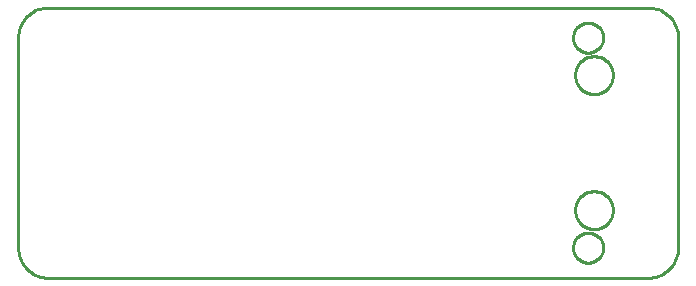
<source format=gbr>
G04 EAGLE Gerber RS-274X export*
G75*
%MOMM*%
%FSLAX34Y34*%
%LPD*%
%IN*%
%IPPOS*%
%AMOC8*
5,1,8,0,0,1.08239X$1,22.5*%
G01*
%ADD10C,0.254000*%


D10*
X0Y25400D02*
X97Y23186D01*
X386Y20989D01*
X865Y18826D01*
X1532Y16713D01*
X2380Y14666D01*
X3403Y12700D01*
X4594Y10831D01*
X5942Y9073D01*
X7440Y7440D01*
X9073Y5942D01*
X10831Y4594D01*
X12700Y3403D01*
X14666Y2380D01*
X16713Y1532D01*
X18826Y865D01*
X20989Y386D01*
X23186Y97D01*
X25400Y0D01*
X533400Y0D01*
X535614Y97D01*
X537811Y386D01*
X539974Y865D01*
X542087Y1532D01*
X544135Y2380D01*
X546100Y3403D01*
X547969Y4594D01*
X549727Y5942D01*
X551361Y7440D01*
X552858Y9073D01*
X554206Y10831D01*
X555397Y12700D01*
X556420Y14666D01*
X557268Y16713D01*
X557935Y18826D01*
X558414Y20989D01*
X558703Y23186D01*
X558800Y25400D01*
X558800Y203200D01*
X558703Y205414D01*
X558414Y207611D01*
X557935Y209774D01*
X557268Y211887D01*
X556420Y213935D01*
X555397Y215900D01*
X554206Y217769D01*
X552858Y219527D01*
X551361Y221161D01*
X549727Y222658D01*
X547969Y224006D01*
X546100Y225197D01*
X544135Y226220D01*
X542087Y227068D01*
X539974Y227735D01*
X537811Y228214D01*
X535614Y228503D01*
X533400Y228600D01*
X25400Y228600D01*
X23186Y228503D01*
X20989Y228214D01*
X18826Y227735D01*
X16713Y227068D01*
X14666Y226220D01*
X12700Y225197D01*
X10831Y224006D01*
X9073Y222658D01*
X7440Y221161D01*
X5942Y219527D01*
X4594Y217769D01*
X3403Y215900D01*
X2380Y213935D01*
X1532Y211887D01*
X865Y209774D01*
X386Y207611D01*
X97Y205414D01*
X0Y203200D01*
X0Y25400D01*
X487156Y155450D02*
X486111Y155519D01*
X485072Y155655D01*
X484045Y155860D01*
X483033Y156131D01*
X482041Y156467D01*
X481073Y156868D01*
X480134Y157332D01*
X479226Y157856D01*
X478355Y158438D01*
X477524Y159075D01*
X476737Y159766D01*
X475996Y160507D01*
X475305Y161294D01*
X474668Y162125D01*
X474086Y162996D01*
X473562Y163904D01*
X473098Y164843D01*
X472697Y165811D01*
X472361Y166803D01*
X472090Y167815D01*
X471885Y168842D01*
X471749Y169881D01*
X471680Y170926D01*
X471680Y171974D01*
X471749Y173019D01*
X471885Y174058D01*
X472090Y175085D01*
X472361Y176097D01*
X472697Y177089D01*
X473098Y178057D01*
X473562Y178996D01*
X474086Y179904D01*
X474668Y180775D01*
X475305Y181606D01*
X475996Y182393D01*
X476737Y183134D01*
X477524Y183825D01*
X478355Y184463D01*
X479226Y185045D01*
X480134Y185568D01*
X481073Y186032D01*
X482041Y186433D01*
X483033Y186769D01*
X484045Y187040D01*
X485072Y187245D01*
X486111Y187382D01*
X487156Y187450D01*
X488204Y187450D01*
X489249Y187382D01*
X490288Y187245D01*
X491315Y187040D01*
X492327Y186769D01*
X493319Y186433D01*
X494287Y186032D01*
X495226Y185568D01*
X496134Y185045D01*
X497005Y184463D01*
X497836Y183825D01*
X498623Y183134D01*
X499364Y182393D01*
X500055Y181606D01*
X500693Y180775D01*
X501275Y179904D01*
X501798Y178996D01*
X502262Y178057D01*
X502663Y177089D01*
X502999Y176097D01*
X503270Y175085D01*
X503475Y174058D01*
X503612Y173019D01*
X503680Y171974D01*
X503680Y170926D01*
X503612Y169881D01*
X503475Y168842D01*
X503270Y167815D01*
X502999Y166803D01*
X502663Y165811D01*
X502262Y164843D01*
X501798Y163904D01*
X501275Y162996D01*
X500693Y162125D01*
X500055Y161294D01*
X499364Y160507D01*
X498623Y159766D01*
X497836Y159075D01*
X497005Y158438D01*
X496134Y157856D01*
X495226Y157332D01*
X494287Y156868D01*
X493319Y156467D01*
X492327Y156131D01*
X491315Y155860D01*
X490288Y155655D01*
X489249Y155519D01*
X488204Y155450D01*
X487156Y155450D01*
X487156Y41150D02*
X486111Y41219D01*
X485072Y41355D01*
X484045Y41560D01*
X483033Y41831D01*
X482041Y42167D01*
X481073Y42568D01*
X480134Y43032D01*
X479226Y43556D01*
X478355Y44138D01*
X477524Y44775D01*
X476737Y45466D01*
X475996Y46207D01*
X475305Y46994D01*
X474668Y47825D01*
X474086Y48696D01*
X473562Y49604D01*
X473098Y50543D01*
X472697Y51511D01*
X472361Y52503D01*
X472090Y53515D01*
X471885Y54542D01*
X471749Y55581D01*
X471680Y56626D01*
X471680Y57674D01*
X471749Y58719D01*
X471885Y59758D01*
X472090Y60785D01*
X472361Y61797D01*
X472697Y62789D01*
X473098Y63757D01*
X473562Y64696D01*
X474086Y65604D01*
X474668Y66475D01*
X475305Y67306D01*
X475996Y68093D01*
X476737Y68834D01*
X477524Y69525D01*
X478355Y70163D01*
X479226Y70745D01*
X480134Y71268D01*
X481073Y71732D01*
X482041Y72133D01*
X483033Y72469D01*
X484045Y72740D01*
X485072Y72945D01*
X486111Y73082D01*
X487156Y73150D01*
X488204Y73150D01*
X489249Y73082D01*
X490288Y72945D01*
X491315Y72740D01*
X492327Y72469D01*
X493319Y72133D01*
X494287Y71732D01*
X495226Y71268D01*
X496134Y70745D01*
X497005Y70163D01*
X497836Y69525D01*
X498623Y68834D01*
X499364Y68093D01*
X500055Y67306D01*
X500693Y66475D01*
X501275Y65604D01*
X501798Y64696D01*
X502262Y63757D01*
X502663Y62789D01*
X502999Y61797D01*
X503270Y60785D01*
X503475Y59758D01*
X503612Y58719D01*
X503680Y57674D01*
X503680Y56626D01*
X503612Y55581D01*
X503475Y54542D01*
X503270Y53515D01*
X502999Y52503D01*
X502663Y51511D01*
X502262Y50543D01*
X501798Y49604D01*
X501275Y48696D01*
X500693Y47825D01*
X500055Y46994D01*
X499364Y46207D01*
X498623Y45466D01*
X497836Y44775D01*
X497005Y44138D01*
X496134Y43556D01*
X495226Y43032D01*
X494287Y42568D01*
X493319Y42167D01*
X492327Y41831D01*
X491315Y41560D01*
X490288Y41355D01*
X489249Y41219D01*
X488204Y41150D01*
X487156Y41150D01*
X495300Y202701D02*
X495222Y201706D01*
X495066Y200720D01*
X494833Y199750D01*
X494524Y198801D01*
X494142Y197879D01*
X493689Y196990D01*
X493168Y196139D01*
X492581Y195331D01*
X491933Y194573D01*
X491227Y193867D01*
X490469Y193219D01*
X489661Y192632D01*
X488810Y192111D01*
X487921Y191658D01*
X486999Y191276D01*
X486050Y190967D01*
X485080Y190734D01*
X484094Y190578D01*
X483099Y190500D01*
X482101Y190500D01*
X481106Y190578D01*
X480120Y190734D01*
X479150Y190967D01*
X478201Y191276D01*
X477279Y191658D01*
X476390Y192111D01*
X475539Y192632D01*
X474731Y193219D01*
X473973Y193867D01*
X473267Y194573D01*
X472619Y195331D01*
X472032Y196139D01*
X471511Y196990D01*
X471058Y197879D01*
X470676Y198801D01*
X470367Y199750D01*
X470134Y200720D01*
X469978Y201706D01*
X469900Y202701D01*
X469900Y203699D01*
X469978Y204694D01*
X470134Y205680D01*
X470367Y206650D01*
X470676Y207599D01*
X471058Y208521D01*
X471511Y209410D01*
X472032Y210261D01*
X472619Y211069D01*
X473267Y211827D01*
X473973Y212533D01*
X474731Y213181D01*
X475539Y213768D01*
X476390Y214289D01*
X477279Y214742D01*
X478201Y215124D01*
X479150Y215433D01*
X480120Y215666D01*
X481106Y215822D01*
X482101Y215900D01*
X483099Y215900D01*
X484094Y215822D01*
X485080Y215666D01*
X486050Y215433D01*
X486999Y215124D01*
X487921Y214742D01*
X488810Y214289D01*
X489661Y213768D01*
X490469Y213181D01*
X491227Y212533D01*
X491933Y211827D01*
X492581Y211069D01*
X493168Y210261D01*
X493689Y209410D01*
X494142Y208521D01*
X494524Y207599D01*
X494833Y206650D01*
X495066Y205680D01*
X495222Y204694D01*
X495300Y203699D01*
X495300Y202701D01*
X495300Y24901D02*
X495222Y23906D01*
X495066Y22920D01*
X494833Y21950D01*
X494524Y21001D01*
X494142Y20079D01*
X493689Y19190D01*
X493168Y18339D01*
X492581Y17531D01*
X491933Y16773D01*
X491227Y16067D01*
X490469Y15419D01*
X489661Y14832D01*
X488810Y14311D01*
X487921Y13858D01*
X486999Y13476D01*
X486050Y13167D01*
X485080Y12934D01*
X484094Y12778D01*
X483099Y12700D01*
X482101Y12700D01*
X481106Y12778D01*
X480120Y12934D01*
X479150Y13167D01*
X478201Y13476D01*
X477279Y13858D01*
X476390Y14311D01*
X475539Y14832D01*
X474731Y15419D01*
X473973Y16067D01*
X473267Y16773D01*
X472619Y17531D01*
X472032Y18339D01*
X471511Y19190D01*
X471058Y20079D01*
X470676Y21001D01*
X470367Y21950D01*
X470134Y22920D01*
X469978Y23906D01*
X469900Y24901D01*
X469900Y25899D01*
X469978Y26894D01*
X470134Y27880D01*
X470367Y28850D01*
X470676Y29799D01*
X471058Y30721D01*
X471511Y31610D01*
X472032Y32461D01*
X472619Y33269D01*
X473267Y34027D01*
X473973Y34733D01*
X474731Y35381D01*
X475539Y35968D01*
X476390Y36489D01*
X477279Y36942D01*
X478201Y37324D01*
X479150Y37633D01*
X480120Y37866D01*
X481106Y38022D01*
X482101Y38100D01*
X483099Y38100D01*
X484094Y38022D01*
X485080Y37866D01*
X486050Y37633D01*
X486999Y37324D01*
X487921Y36942D01*
X488810Y36489D01*
X489661Y35968D01*
X490469Y35381D01*
X491227Y34733D01*
X491933Y34027D01*
X492581Y33269D01*
X493168Y32461D01*
X493689Y31610D01*
X494142Y30721D01*
X494524Y29799D01*
X494833Y28850D01*
X495066Y27880D01*
X495222Y26894D01*
X495300Y25899D01*
X495300Y24901D01*
M02*

</source>
